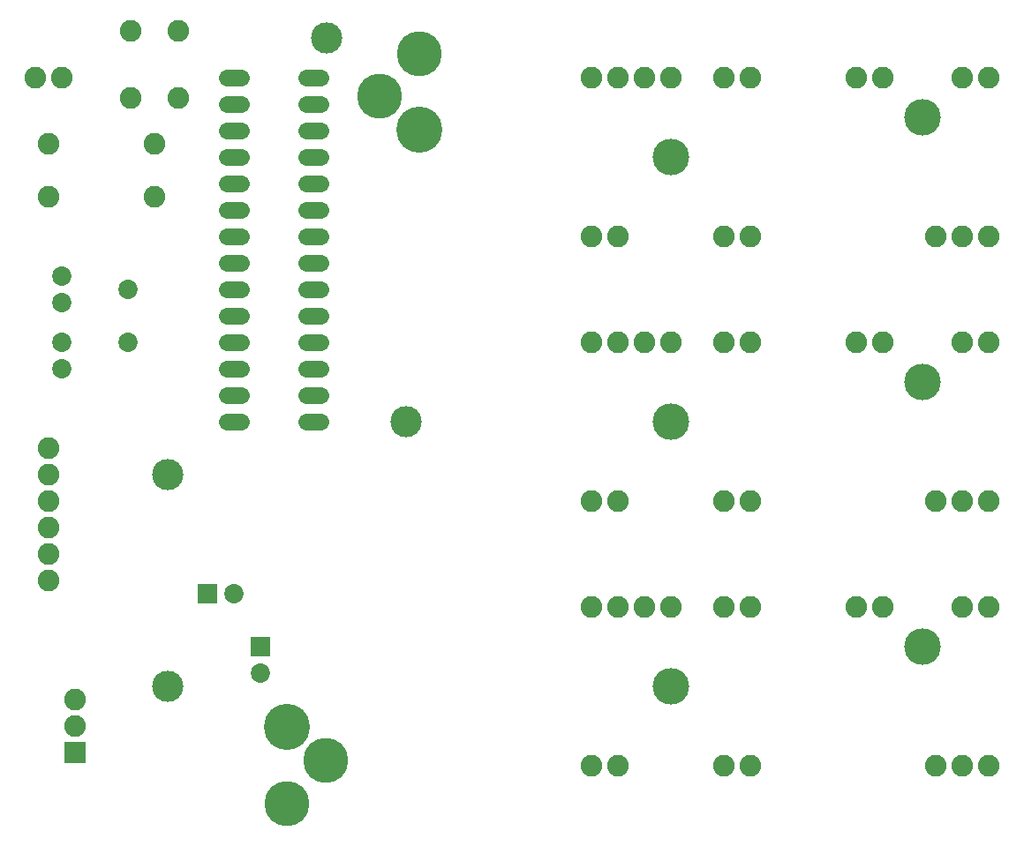
<source format=gbs>
G75*
G70*
%OFA0B0*%
%FSLAX24Y24*%
%IPPOS*%
%LPD*%
%AMOC8*
5,1,8,0,0,1.08239X$1,22.5*
%
%ADD10C,0.1182*%
%ADD11C,0.0640*%
%ADD12C,0.0730*%
%ADD13C,0.1740*%
%ADD14C,0.1700*%
%ADD15R,0.0820X0.0820*%
%ADD16C,0.0820*%
%ADD17R,0.0730X0.0730*%
%ADD18C,0.1380*%
D10*
X006101Y007502D03*
X006101Y015502D03*
X015101Y017502D03*
X012101Y032002D03*
D11*
X011881Y030502D02*
X011321Y030502D01*
X011321Y029502D02*
X011881Y029502D01*
X011881Y028502D02*
X011321Y028502D01*
X011321Y027502D02*
X011881Y027502D01*
X011881Y026502D02*
X011321Y026502D01*
X011321Y025502D02*
X011881Y025502D01*
X011881Y024502D02*
X011321Y024502D01*
X011321Y023502D02*
X011881Y023502D01*
X011881Y022502D02*
X011321Y022502D01*
X011321Y021502D02*
X011881Y021502D01*
X011881Y020502D02*
X011321Y020502D01*
X011321Y019502D02*
X011881Y019502D01*
X011881Y018502D02*
X011321Y018502D01*
X011321Y017502D02*
X011881Y017502D01*
X008881Y017502D02*
X008321Y017502D01*
X008321Y018502D02*
X008881Y018502D01*
X008881Y019502D02*
X008321Y019502D01*
X008321Y020502D02*
X008881Y020502D01*
X008881Y021502D02*
X008321Y021502D01*
X008321Y022502D02*
X008881Y022502D01*
X008881Y023502D02*
X008321Y023502D01*
X008321Y024502D02*
X008881Y024502D01*
X008881Y025502D02*
X008321Y025502D01*
X008321Y026502D02*
X008881Y026502D01*
X008881Y027502D02*
X008321Y027502D01*
X008321Y028502D02*
X008881Y028502D01*
X008881Y029502D02*
X008321Y029502D01*
X008321Y030502D02*
X008881Y030502D01*
D12*
X002101Y023002D03*
X002101Y022002D03*
X002101Y020502D03*
X002101Y019502D03*
X004601Y020502D03*
X004601Y022502D03*
X008601Y011002D03*
X009601Y008002D03*
D13*
X010601Y005965D03*
X015601Y028538D03*
D14*
X014120Y029789D03*
X015591Y031420D03*
X012082Y004714D03*
X010611Y003083D03*
D15*
X002601Y005002D03*
D16*
X002601Y006002D03*
X002601Y007002D03*
X001601Y011502D03*
X001601Y012502D03*
X001601Y013502D03*
X001601Y014502D03*
X001601Y015502D03*
X001601Y016502D03*
X001601Y026002D03*
X001601Y028002D03*
X002101Y030502D03*
X001101Y030502D03*
X004711Y029722D03*
X006491Y029722D03*
X005601Y028002D03*
X005601Y026002D03*
X006491Y032282D03*
X004711Y032282D03*
X022101Y030502D03*
X023101Y030502D03*
X024101Y030502D03*
X025101Y030502D03*
X027101Y030502D03*
X028101Y030502D03*
X032101Y030502D03*
X033101Y030502D03*
X036101Y030502D03*
X037101Y030502D03*
X037101Y024502D03*
X036101Y024502D03*
X035101Y024502D03*
X036101Y020502D03*
X037101Y020502D03*
X033101Y020502D03*
X032101Y020502D03*
X028101Y020502D03*
X027101Y020502D03*
X025101Y020502D03*
X024101Y020502D03*
X023101Y020502D03*
X022101Y020502D03*
X022101Y024502D03*
X023101Y024502D03*
X027101Y024502D03*
X028101Y024502D03*
X028101Y014502D03*
X027101Y014502D03*
X023101Y014502D03*
X022101Y014502D03*
X022101Y010502D03*
X023101Y010502D03*
X024101Y010502D03*
X025101Y010502D03*
X027101Y010502D03*
X028101Y010502D03*
X032101Y010502D03*
X033101Y010502D03*
X036101Y010502D03*
X037101Y010502D03*
X037101Y014502D03*
X036101Y014502D03*
X035101Y014502D03*
X035101Y004502D03*
X036101Y004502D03*
X037101Y004502D03*
X028101Y004502D03*
X027101Y004502D03*
X023101Y004502D03*
X022101Y004502D03*
D17*
X009601Y009002D03*
X007601Y011002D03*
D18*
X025101Y007502D03*
X034601Y009002D03*
X025101Y017502D03*
X034601Y019002D03*
X025101Y027502D03*
X034601Y029002D03*
M02*

</source>
